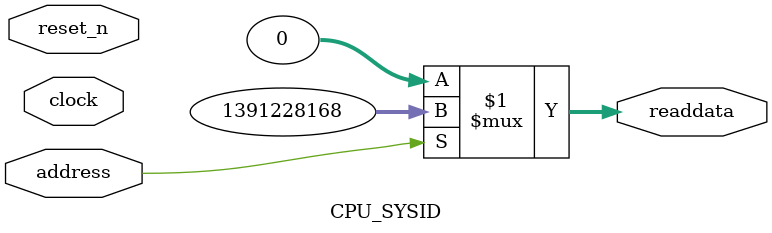
<source format=v>

`timescale 1ns / 1ps
// synthesis translate_on

// turn off superfluous verilog processor warnings 
// altera message_level Level1 
// altera message_off 10034 10035 10036 10037 10230 10240 10030 

module CPU_SYSID (
               // inputs:
                address,
                clock,
                reset_n,

               // outputs:
                readdata
             )
;

  output  [ 31: 0] readdata;
  input            address;
  input            clock;
  input            reset_n;

  wire    [ 31: 0] readdata;
  //control_slave, which is an e_avalon_slave
  assign readdata = address ? 1391228168 : 0;

endmodule




</source>
